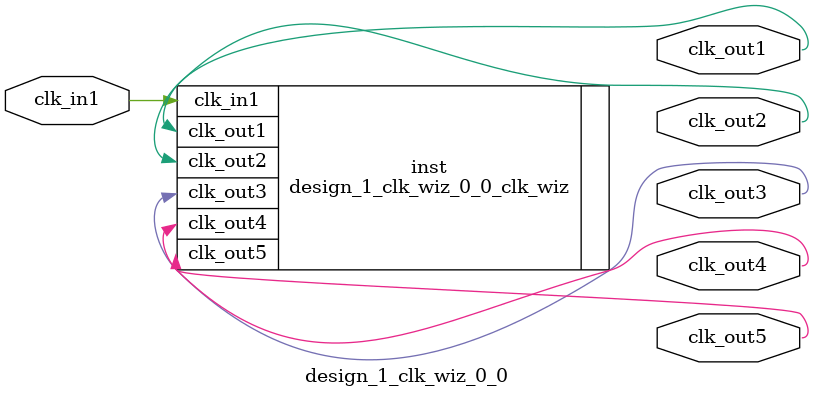
<source format=v>


`timescale 1ps/1ps

(* CORE_GENERATION_INFO = "design_1_clk_wiz_0_0,clk_wiz_v6_0_6_0_0,{component_name=design_1_clk_wiz_0_0,use_phase_alignment=true,use_min_o_jitter=false,use_max_i_jitter=false,use_dyn_phase_shift=false,use_inclk_switchover=false,use_dyn_reconfig=false,enable_axi=0,feedback_source=FDBK_AUTO,PRIMITIVE=MMCM,num_out_clk=5,clkin1_period=10.000,clkin2_period=10.000,use_power_down=false,use_reset=false,use_locked=false,use_inclk_stopped=false,feedback_type=SINGLE,CLOCK_MGR_TYPE=NA,manual_override=false}" *)

module design_1_clk_wiz_0_0 
 (
  // Clock out ports
  output        clk_out1,
  output        clk_out2,
  output        clk_out3,
  output        clk_out4,
  output        clk_out5,
 // Clock in ports
  input         clk_in1
 );

  design_1_clk_wiz_0_0_clk_wiz inst
  (
  // Clock out ports  
  .clk_out1(clk_out1),
  .clk_out2(clk_out2),
  .clk_out3(clk_out3),
  .clk_out4(clk_out4),
  .clk_out5(clk_out5),
 // Clock in ports
  .clk_in1(clk_in1)
  );

endmodule

</source>
